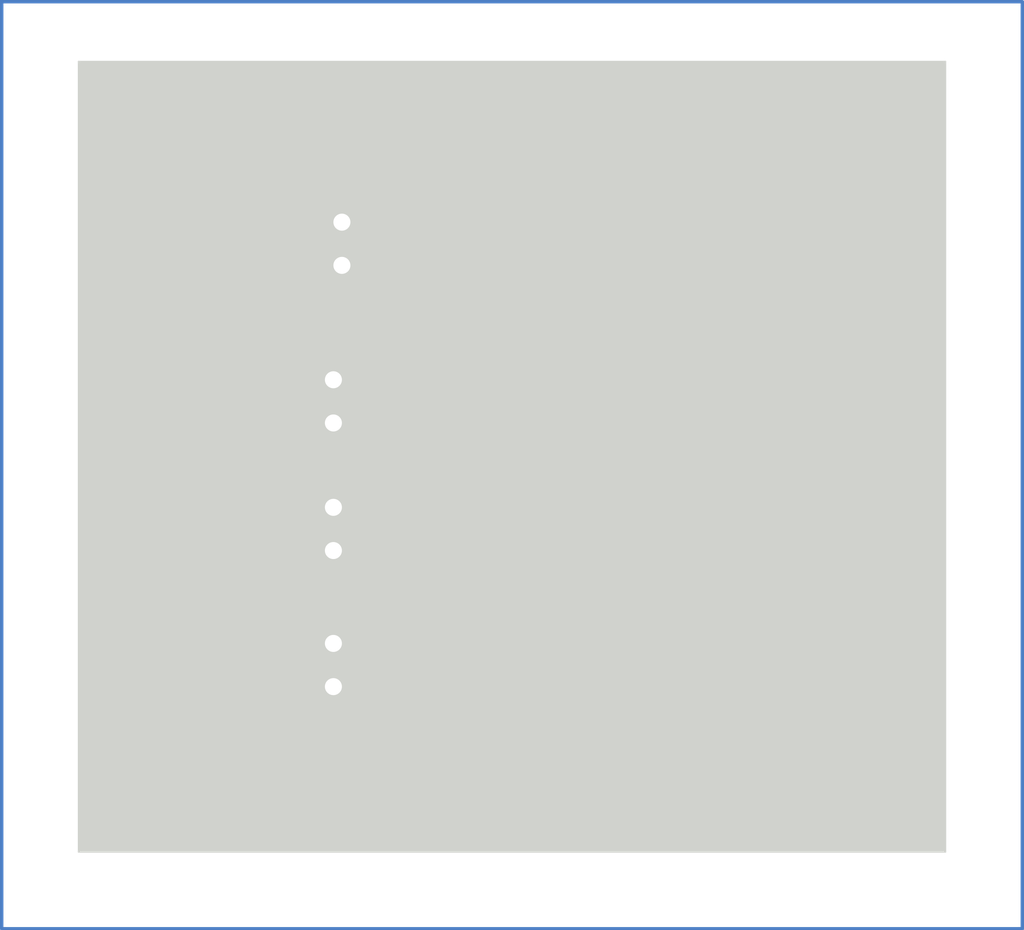
<source format=kicad_pcb>
(kicad_pcb (version 20241229) (generator "pcbnew") (generator_version "9.0")
  (layers (0 "F.Cu" signal) (2 "B.Cu" signal) (13 "F.Paste" user) (15 "B.Paste" user) (5 "F.SilkS" user "F.Silkscreen") (7 "B.SilkS" user "B.Silkscreen") (1 "F.Mask" user) (3 "B.Mask" user) (25 "Edge.Cuts" user))
  (net 0 "")
  (net 1 "Net-(D1-A)")
  (net 2 "GND")
  (net 3 "Net-(D2-A)")
  (net 4 "Net-(D3-A)")
  (net 5 "Net-(D4-A)")
  (net 6 "Net-(J1-Pin_1)")
  (net 7 "Net-(J2-Pin_1)")
  (net 8 "Net-(J3-Pin_1)")
  (net 9 "Net-(J4-Pin_1)")
  (footprint "LED_SMD:LED_0805_2012Metric" (layer "F.Cu") (at 118.9375 77.5)
    (property "Reference" "D4")
    (property "Value" "LED")
  )
  (footprint "Resistor_SMD:R_0805_2012Metric" (layer "F.Cu") (at 108.4125 77.5)
    (property "Reference" "R4")
    (property "Value" "R")
  )
  (footprint "Resistor_SMD:R_0805_2012Metric" (layer "F.Cu") (at 108.9125 93)
    (property "Reference" "R2")
    (property "Value" "R")
  )
  (footprint "Resistor_SMD:R_0805_2012Metric" (layer "F.Cu") (at 108.9125 103)
    (property "Reference" "R1")
    (property "Value" "R")
  )
  (footprint "Connector_PinHeader_2.54mm:PinHeader_1x02_P2.54mm_Vertical" (layer "F.Cu") (at 97.5 101.725)
    (property "Reference" "J4")
    (property "Value" "Conn_01x02_Pin")
  )
  (footprint "LED_SMD:LED_0805_2012Metric" (layer "F.Cu") (at 119.4375 86)
    (property "Reference" "D3")
    (property "Value" "LED")
  )
  (footprint "libary:logo_osw" (layer "F.Cu") (at 93 75)
    (property "Reference" "G***" (hide yes))
    (property "Value" "LOGO" (hide yes))
  )
  (footprint "Connector_PinHeader_2.54mm:PinHeader_1x02_P2.54mm_Vertical" (layer "F.Cu") (at 98 76.96)
    (property "Reference" "J1")
    (property "Value" "Conn_01x02_Pin")
  )
  (footprint "LED_SMD:LED_0805_2012Metric" (layer "F.Cu") (at 119.375 104.5)
    (property "Reference" "D1")
    (property "Value" "LED")
  )
  (footprint "Symbol:KiCad-Logo_5mm_Copper" (layer "F.Cu") (at 123.5 73)
    (property "Reference" "REF**" (hide yes))
    (property "Value" "KiCad-Logo_5mm_Copper" (hide yes))
  )
  (footprint "Connector_PinHeader_2.54mm:PinHeader_1x02_P2.54mm_Vertical" (layer "F.Cu") (at 97.5 93.725)
    (property "Reference" "J3")
    (property "Value" "Conn_01x02_Pin")
  )
  (footprint "LED_SMD:LED_0805_2012Metric" (layer "F.Cu") (at 119.4375 95)
    (property "Reference" "D2")
    (property "Value" "LED")
  )
  (footprint "Connector_PinHeader_2.54mm:PinHeader_1x02_P2.54mm_Vertical" (layer "F.Cu") (at 97.5 86.225)
    (property "Reference" "J2")
    (property "Value" "Conn_01x02_Pin")
  )
  (footprint "Resistor_SMD:R_0805_2012Metric" (layer "F.Cu") (at 108.9125 86)
    (property "Reference" "R3")
    (property "Value" "R")
  )
  (gr_rect (start 84.5 69) (end 132 111.5) (stroke (width 0.2)) (fill no) (layer "F.Cu"))
  (gr_rect (start 78 64) (end 138 118.5) (stroke (width 0.2)) (fill no) (layer "B.Cu"))
  (gr_rect (start 82.5 67.5) (end 133.5 114) (stroke (width 0.05)) (fill no) (layer "Edge.Cuts"))
  (gr_text "PRACTICA 2" (at 115.5 110 0) (layer "F.SilkS") (effects (font (size 1.5 1.5) (thickness 0.3) (bold yes)) (justify left bottom)))
  (segment (start 97.5 104.265) (end 98.736 105.501) (width 0.2) (layer "F.Cu") (net 1))
  (segment (start 98.736 105.501) (end 119.3115 105.501) (width 0.2) (layer "F.Cu") (net 1))
  (segment (start 119.3115 105.501) (end 120.3125 104.5) (width 0.2) (layer "F.Cu") (net 1))
  (segment (start 121.1635 94.311354) (end 120.851146 93.999) (width 0.2) (layer "F.Cu") (net 2))
  (segment (start 121.1635 92.3365) (end 121.1635 85.311354) (width 0.2) (layer "F.Cu") (net 2))
  (segment (start 121.1635 85.311354) (end 120.851146 84.999) (width 0.2) (layer "F.Cu") (net 2))
  (segment (start 121.1635 101.774) (end 121.1635 94.311354) (width 0.2) (layer "F.Cu") (net 2))
  (segment (start 120.851146 93.999) (end 119.501 93.999) (width 0.2) (layer "F.Cu") (net 2))
  (segment (start 109.825 86) (end 118.5 86) (width 0.2) (layer "F.Cu") (net 2))
  (segment (start 109.825 93) (end 116.5 93) (width 0.2) (layer "F.Cu") (net 2))
  (segment (start 120.6635 83.8365) (end 120.6635 76.811354) (width 0.2) (layer "F.Cu") (net 2))
  (segment (start 116.5 93) (end 118.5 95) (width 0.2) (layer "F.Cu") (net 2))
  (segment (start 119.001 76.499) (end 118 77.5) (width 0.2) (layer "F.Cu") (net 2))
  (segment (start 118.5 95) (end 121.1635 92.3365) (width 0.2) (layer "F.Cu") (net 2))
  (segment (start 120.6635 76.811354) (end 120.351146 76.499) (width 0.2) (layer "F.Cu") (net 2))
  (segment (start 120.351146 76.499) (end 119.001 76.499) (width 0.2) (layer "F.Cu") (net 2))
  (segment (start 119.501 84.999) (end 118.5 86) (width 0.2) (layer "F.Cu") (net 2))
  (segment (start 109.325 77.5) (end 118 77.5) (width 0.2) (layer "F.Cu") (net 2))
  (segment (start 119.501 93.999) (end 118.5 95) (width 0.2) (layer "F.Cu") (net 2))
  (segment (start 118.4375 104.5) (end 121.1635 101.774) (width 0.2) (layer "F.Cu") (net 2))
  (segment (start 118.5 86) (end 120.6635 83.8365) (width 0.2) (layer "F.Cu") (net 2))
  (segment (start 109.825 103) (end 116.9375 103) (width 0.2) (layer "F.Cu") (net 2))
  (segment (start 116.9375 103) (end 118.4375 104.5) (width 0.2) (layer "F.Cu") (net 2))
  (segment (start 120.851146 84.999) (end 119.501 84.999) (width 0.2) (layer "F.Cu") (net 2))
  (segment (start 119.11 96.265) (end 120.375 95) (width 0.2) (layer "F.Cu") (net 3))
  (segment (start 97.5 96.265) (end 119.11 96.265) (width 0.2) (layer "F.Cu") (net 3))
  (segment (start 117.61 88.765) (end 120.375 86) (width 0.2) (layer "F.Cu") (net 4))
  (segment (start 97.5 88.765) (end 117.61 88.765) (width 0.2) (layer "F.Cu") (net 4))
  (segment (start 117.875 79.5) (end 119.875 77.5) (width 0.2) (layer "F.Cu") (net 5))
  (segment (start 98 79.5) (end 117.875 79.5) (width 0.2) (layer "F.Cu") (net 5))
  (segment (start 98 76.96) (end 106.96 76.96) (width 0.2) (layer "F.Cu") (net 6))
  (segment (start 106.96 76.96) (end 107.5 77.5) (width 0.2) (layer "F.Cu") (net 6))
  (segment (start 97.5 86.225) (end 107.775 86.225) (width 0.2) (layer "F.Cu") (net 7))
  (segment (start 107.775 86.225) (end 108 86) (width 0.2) (layer "F.Cu") (net 7))
  (segment (start 107.275 93.725) (end 108 93) (width 0.2) (layer "F.Cu") (net 8))
  (segment (start 97.5 93.725) (end 107.275 93.725) (width 0.2) (layer "F.Cu") (net 8))
  (segment (start 97.5 101.725) (end 106.725 101.725) (width 0.2) (layer "F.Cu") (net 9))
  (segment (start 106.725 101.725) (end 108 103) (width 0.2) (layer "F.Cu") (net 9))
  (zone (net 0) (net_name "") (layer "B.Cu") (connect_pads (clearance 0.5)) (min_thickness 0.25) (fill yes (thermal_gap 0.5) (thermal_bridge_width 0.5) (island_removal_mode 1) (island_area_min 10))
    (polygon (pts (xy 138 118.5) (xy 138 64) (xy 78 64) (xy 78 118.5)))
  )
  (zone (net 0) (net_name "") (layer "Edge.Cuts") (connect_pads (clearance 0.5)) (min_thickness 0.25) (fill yes (thermal_gap 0.5) (thermal_bridge_width 0.5))
    (polygon (pts (xy 82.5 67.5) (xy 133.5 67.5) (xy 133.5 114) (xy 82.5 114)))
  )
)
</source>
